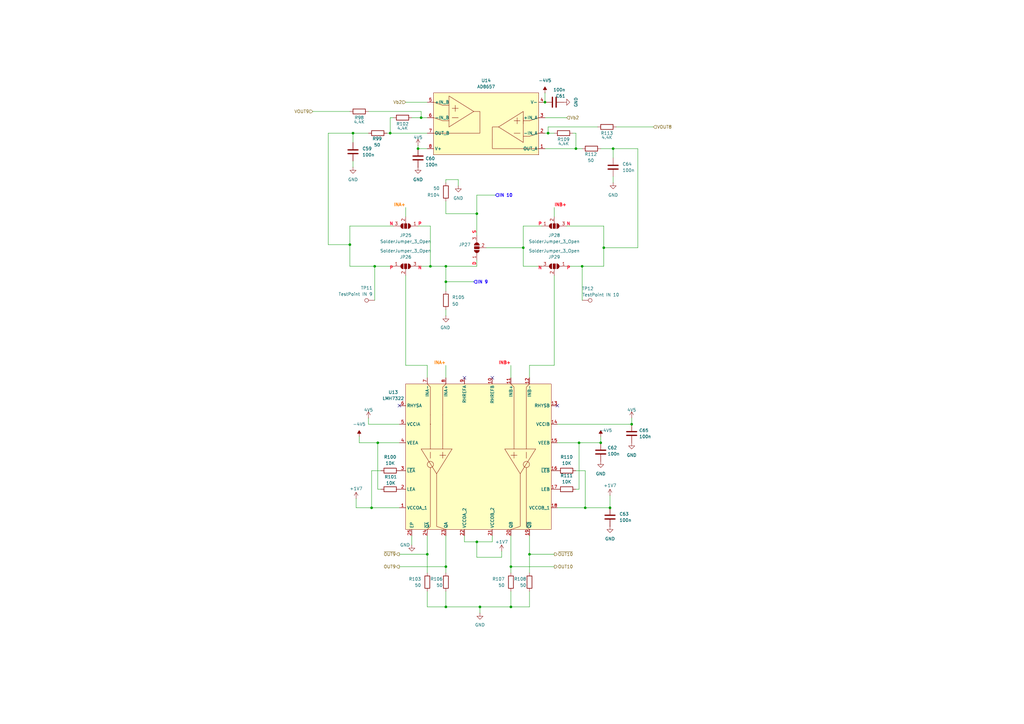
<source format=kicad_sch>
(kicad_sch (version 20231120) (generator "eeschema") (generator_version "8.0")
  (paper "A3")
  (lib_symbols
    (symbol "Connector:TestPoint" (pin_numbers hide) (pin_names (offset 0.762) hide)
      (property "Reference" "TP" (at 0 6.858 0))
      (property "Value" "TestPoint" (at 0 5.08 0))
      (symbol "TestPoint_0_1"
        (circle (center 0 3.302) (radius 0.762))
      )
      (symbol "TestPoint_1_1"
        (pin passive line (at 0 0 90) (length 2.54) (name "1") (number "1"))
      )
    )
    (symbol "Device:C" (pin_numbers hide) (pin_names (offset 0.254))
      (property "Reference" "C" (at 0.635 2.54 0))
      (property "Value" "C" (at 0.635 -2.54 0))
      (symbol "C_0_1"
        (polyline (pts (xy -2.032 -0.762) (xy 2.032 -0.762)) (stroke (width 0.508)))
        (polyline (pts (xy -2.032 0.762) (xy 2.032 0.762)) (stroke (width 0.508)))
      )
      (symbol "C_1_1"
        (pin passive line (at 0 3.81 270) (length 2.794) (name "~") (number "1"))
        (pin passive line (at 0 -3.81 90) (length 2.794) (name "~") (number "2"))
      )
    )
    (symbol "Device:R" (pin_numbers hide) (pin_names (offset 0))
      (property "Reference" "R" (at 2.032 0 90))
      (property "Value" "R" (at 0 0 90))
      (symbol "R_0_1"
        (rectangle (start -1.016 -2.54) (end 1.016 2.54) (stroke (width 0.254)))
      )
      (symbol "R_1_1"
        (pin passive line (at 0 3.81 270) (length 1.27) (name "~") (number "1"))
        (pin passive line (at 0 -3.81 90) (length 1.27) (name "~") (number "2"))
      )
    )
    (symbol "SolderJumper_3_Open_3" (pin_names (offset 0) hide) (exclude_from_sim yes) (in_bom no)
      (property "Reference" "JP" (at -2.54 -2.54 0))
      (property "Value" "SolderJumper_3_Open" (at 0 2.794 0))
      (symbol "SolderJumper_3_Open_3_0_1"
        (arc (start -1.016 1.016) (mid -2.0276 0) (end -1.016 -1.016))
        (arc (start -1.016 1.016) (mid -2.0276 0) (end -1.016 -1.016) (fill (type outline)))
        (rectangle (start -0.508 1.016) (end 0.508 -1.016) (fill (type outline)))
        (polyline (pts (xy -2.54 0) (xy -2.032 0)))
        (polyline (pts (xy -1.016 1.016) (xy -1.016 -1.016)))
        (polyline (pts (xy 0 -1.27) (xy 0 -1.016)))
        (polyline (pts (xy 1.016 1.016) (xy 1.016 -1.016)))
        (polyline (pts (xy 2.54 0) (xy 2.032 0)))
        (arc (start 1.016 -1.016) (mid 2.0276 0) (end 1.016 1.016))
        (arc (start 1.016 -1.016) (mid 2.0276 0) (end 1.016 1.016) (fill (type outline)))
      )
      (symbol "SolderJumper_3_Open_3_1_1"
        (pin passive line (at -5.08 0 0) (length 2.54) (name "A") (number "1"))
        (pin passive line (at 0 -3.81 90) (length 2.54) (name "C") (number "2"))
        (pin passive line (at 5.08 0 180) (length 2.54) (name "B") (number "3"))
      )
    )
    (symbol "power:+1V2" (power) (pin_numbers hide) (pin_names (offset 0) hide)
      (property "Value" "+1V2" (at 0 3.556 0))
      (symbol "+1V2_0_1"
        (polyline (pts (xy -0.762 1.27) (xy 0 2.54)))
        (polyline (pts (xy 0 0) (xy 0 2.54)))
        (polyline (pts (xy 0 2.54) (xy 0.762 1.27)))
      )
      (symbol "+1V2_1_1"
        (pin power_in line (at 0 0 90) (length 0) (name "~") (number "1"))
      )
    )
    (symbol "power:+8V" (power) (pin_numbers hide) (pin_names (offset 0) hide)
      (property "Value" "+8V" (at 0 3.556 0))
      (symbol "+8V_0_1"
        (polyline (pts (xy -0.762 1.27) (xy 0 2.54)))
        (polyline (pts (xy 0 0) (xy 0 2.54)))
        (polyline (pts (xy 0 2.54) (xy 0.762 1.27)))
      )
      (symbol "+8V_1_1"
        (pin power_in line (at 0 0 90) (length 0) (name "~") (number "1"))
      )
    )
    (symbol "power:-8V" (power) (pin_numbers hide) (pin_names (offset 0) hide)
      (property "Value" "-8V" (at 0 3.556 0))
      (symbol "-8V_0_0"
        (pin power_in line (at 0 0 90) (length 0) (name "~") (number "1"))
      )
      (symbol "-8V_0_1"
        (polyline (pts (xy 0 0) (xy 0 1.27) (xy 0.762 1.27) (xy 0 2.54) (xy -0.762 1.27) (xy 0 1.27)) (fill (type outline)))
      )
    )
    (symbol "power:GND" (power) (pin_numbers hide) (pin_names (offset 0) hide)
      (property "Value" "GND" (at 0 -3.81 0))
      (symbol "GND_0_1"
        (polyline (pts (xy 0 0) (xy 0 -1.27) (xy 1.27 -1.27) (xy 0 -2.54) (xy -1.27 -1.27) (xy 0 -1.27)))
      )
      (symbol "GND_1_1"
        (pin power_in line (at 0 0 270) (length 0) (name "~") (number "1"))
      )
    )
    (symbol "prova:AD8657"
      (property "Reference" "U" (at 9.906 3.556 0))
      (property "Value" "AD8657" (at 10.16 5.842 0))
      (symbol "AD8657_0_1"
        (polyline (pts (xy 12.7 17.78) (xy 12.7 20.32)))
        (polyline (pts (xy 13.97 19.05) (xy 16.51 19.05)))
        (polyline (pts (xy 13.97 24.13) (xy 16.51 24.13)))
        (polyline (pts (xy 15.24 20.32) (xy 15.24 17.78)))
        (polyline (pts (xy 16.51 19.05) (xy 16.51 19.05)))
        (polyline (pts (xy 36.83 17.78) (xy 36.83 17.78)))
        (polyline (pts (xy 39.37 13.97) (xy 41.91 13.97)))
        (polyline (pts (xy 39.37 17.78) (xy 41.91 17.78)))
        (polyline (pts (xy 40.64 15.24) (xy 40.64 12.7)))
      )
      (symbol "AD8657_1_1"
        (polyline (pts (xy 6.35 17.78) (xy 10.16 19.05)))
        (polyline (pts (xy 10.16 25.4) (xy 6.35 24.13)))
        (polyline (pts (xy 11.43 19.05) (xy 10.16 19.05)))
        (polyline (pts (xy 11.43 19.05) (xy 12.7 19.05)))
        (polyline (pts (xy 11.43 25.4) (xy 10.16 25.4)))
        (polyline (pts (xy 11.43 25.4) (xy 12.7 25.4)))
        (polyline (pts (xy 22.86 21.59) (xy 25.4 21.59) (xy 25.4 26.67)))
        (polyline (pts (xy 25.4 26.67) (xy 25.4 30.48) (xy 6.35 30.48)))
        (polyline (pts (xy 49.53 11.43) (xy 45.72 12.7) (xy 43.18 12.7)))
        (polyline (pts (xy 49.53 17.78) (xy 45.72 19.05) (xy 43.18 19.05)))
        (polyline (pts (xy 12.7 15.24) (xy 12.7 27.94) (xy 22.86 21.59) (xy 12.7 15.24)))
        (polyline (pts (xy 33.02 15.24) (xy 30.48 15.24) (xy 30.48 24.13) (xy 49.53 24.13)))
        (polyline (pts (xy 43.18 21.59) (xy 43.18 8.89) (xy 33.02 15.24) (xy 43.18 21.59)))
        (rectangle (start 6.35 33.02) (end 49.53 7.62) (fill (type background)))
        (pin output line (at 3.81 30.48 0) (length 2.54) (name "OUT_A") (number "1"))
        (pin input line (at 3.81 24.13 0) (length 2.54) (name "-IN_A") (number "2"))
        (pin input line (at 3.81 17.78 0) (length 2.54) (name "+IN_A") (number "3"))
        (pin input line (at 3.81 11.43 0) (length 2.54) (name "V-") (number "4"))
        (pin input line (at 52.07 11.43 180) (length 2.54) (name "+IN_B") (number "5"))
        (pin input line (at 52.07 17.78 180) (length 2.54) (name "-IN_B") (number "6"))
        (pin input line (at 52.07 24.13 180) (length 2.54) (name "OUT_B") (number "7"))
        (pin input line (at 52.07 30.48 180) (length 2.54) (name "V+") (number "8"))
      )
    )
    (symbol "prova:LMH7322"
      (property "Reference" "U" (at 11.684 8.89 0))
      (property "Value" "LMH7322" (at 20.32 16.51 0))
      (symbol "LMH7322_0_1"
        (circle (center -8.89 -5.08) (radius 0.0001))
        (circle (center -8.89 11.43) (radius 1.27))
        (polyline (pts (xy -8.89 -8.89) (xy -8.89 5.08)))
        (polyline (pts (xy -8.89 8.89) (xy -8.89 6.35)))
        (polyline (pts (xy -3.81 -8.89) (xy -3.81 5.08)))
        (polyline (pts (xy -3.81 8.89) (xy -3.81 6.35)))
        (polyline (pts (xy -2.54 7.62) (xy -5.08 7.62)))
        (polyline (pts (xy 25.4 8.89) (xy 25.4 6.35)))
        (polyline (pts (xy 26.67 7.62) (xy 24.13 7.62)))
        (polyline (pts (xy 30.48 -2.54) (xy 30.48 -2.54)))
        (polyline (pts (xy 30.48 8.89) (xy 30.48 6.35)))
        (polyline (pts (xy -8.89 -8.89) (xy -8.89 -20.32) (xy -10.16 -21.59)))
        (polyline (pts (xy -8.89 12.7) (xy -8.89 36.83) (xy -10.16 38.1)))
        (polyline (pts (xy -6.35 15.24) (xy -6.35 36.83) (xy -2.54 38.1)))
        (polyline (pts (xy -3.81 -8.89) (xy -3.81 -20.32) (xy -2.54 -21.59)))
        (polyline (pts (xy 27.94 15.24) (xy 27.94 36.83) (xy 24.13 38.1)))
        (polyline (pts (xy 30.48 12.7) (xy 30.48 36.83) (xy 31.75 38.1)))
        (circle (center 30.48 11.43) (radius 1.27))
      )
      (symbol "LMH7322_1_1"
        (rectangle (start -19.05 38.1) (end 40.64 -21.59) (fill (type background)))
        (polyline (pts (xy 0 5.08) (xy -12.7 5.08) (xy -6.35 15.24) (xy 0 5.08)))
        (polyline (pts (xy 24.13 -21.59) (xy 25.4 -20.32) (xy 25.4 -16.51) (xy 25.4 5.08)) (fill (type background)))
        (polyline (pts (xy 30.48 5.08) (xy 30.48 -16.51) (xy 30.48 -20.32) (xy 31.75 -21.59)) (fill (type background)))
        (polyline (pts (xy 34.29 5.08) (xy 21.59 5.08) (xy 27.94 15.24) (xy 34.29 5.08)) (fill (type background)))
        (pin input line (at -21.59 29.21 0) (length 2.54) (name "VCCOA_1") (number "1"))
        (pin input line (at 16.51 -24.13 90) (length 2.54) (name "RHREFB") (number "10"))
        (pin input line (at 24.13 -24.13 90) (length 2.54) (name "INB+") (number "11"))
        (pin input line (at 31.75 -24.13 90) (length 2.54) (name "INB-") (number "12"))
        (pin input line (at 43.18 -12.7 180) (length 2.54) (name "RHYSB") (number "13"))
        (pin input line (at 43.18 -5.08 180) (length 2.54) (name "VCCIB") (number "14"))
        (pin input line (at 43.18 2.54 180) (length 2.54) (name "VEEB") (number "15"))
        (pin input line (at 43.18 13.97 180) (length 2.54) (name "~{LEB}") (number "16"))
        (pin input line (at 43.18 21.59 180) (length 2.54) (name "LEB") (number "17"))
        (pin input line (at 43.18 29.21 180) (length 2.54) (name "VCCOB_1") (number "18"))
        (pin output line (at 31.75 40.64 270) (length 2.54) (name "~{QB}") (number "19"))
        (pin input line (at -21.59 21.59 0) (length 2.54) (name "LEA") (number "2"))
        (pin output line (at 24.13 40.64 270) (length 2.54) (name "QB") (number "20"))
        (pin input line (at 16.51 40.64 270) (length 2.54) (name "VCCOB_2") (number "21"))
        (pin input line (at 5.08 40.64 270) (length 2.54) (name "VCCOA_2") (number "22"))
        (pin output line (at -2.54 40.64 270) (length 2.54) (name "QA") (number "23"))
        (pin output line (at -10.16 40.64 270) (length 2.54) (name "~{QA}") (number "24"))
        (pin passive line (at -16.51 40.64 270) (length 2.54) (name "EP") (number "25"))
        (pin input line (at -21.59 13.97 0) (length 2.54) (name "~{LEA}") (number "3"))
        (pin input line (at -21.59 2.54 0) (length 2.54) (name "VEEA") (number "4"))
        (pin input line (at -21.59 -5.08 0) (length 2.54) (name "VCCIA") (number "5"))
        (pin input line (at -21.59 -12.7 0) (length 2.54) (name "RHYSA") (number "6"))
        (pin input line (at -10.16 -24.13 90) (length 2.54) (name "INA-") (number "7"))
        (pin input line (at -2.54 -24.13 90) (length 2.54) (name "INA+") (number "8"))
        (pin input line (at 5.08 -24.13 90) (length 2.54) (name "RHREFA") (number "9"))
      )
    )
  )
  (junction (at 209.55 232.41))
  (junction (at 160.02 54.61))
  (junction (at 196.85 248.92))
  (junction (at 240.03 208.28))
  (junction (at 195.58 222.25))
  (junction (at 209.55 248.92))
  (junction (at 223.52 41.91))
  (junction (at 251.46 60.96))
  (junction (at 176.53 109.22))
  (junction (at 175.26 227.33))
  (junction (at 259.08 173.99))
  (junction (at 217.17 227.33))
  (junction (at 143.51 100.33))
  (junction (at 182.88 248.92))
  (junction (at 237.49 181.61))
  (junction (at 144.78 54.61))
  (junction (at 224.79 54.61))
  (junction (at 171.45 60.96))
  (junction (at 182.88 109.22))
  (junction (at 246.38 181.61))
  (junction (at 236.22 60.96))
  (junction (at 153.67 109.22))
  (junction (at 247.65 101.6))
  (junction (at 238.76 109.22))
  (junction (at 182.88 115.57))
  (junction (at 182.88 232.41))
  (junction (at 154.94 181.61))
  (junction (at 195.58 87.63))
  (junction (at 214.63 101.6))
  (junction (at 250.19 208.28))
  (junction (at 152.4 208.28))
  (junction (at 172.72 48.26))
  (no_connect (at 163.83 166.37))
  (no_connect (at 190.5 154.94))
  (no_connect (at 228.6 166.37))
  (no_connect (at 201.93 154.94))
  (wire (pts (xy 222.25 92.71) (xy 214.63 92.71)))
  (wire (pts (xy 236.22 193.04) (xy 240.03 193.04)))
  (wire (pts (xy 182.88 232.41) (xy 182.88 234.95)))
  (wire (pts (xy 182.88 127) (xy 182.88 129.54)))
  (wire (pts (xy 214.63 92.71) (xy 214.63 101.6)))
  (wire (pts (xy 250.19 203.2) (xy 250.19 208.28)))
  (wire (pts (xy 182.88 115.57) (xy 194.31 115.57)))
  (wire (pts (xy 227.33 227.33) (xy 217.17 227.33)))
  (wire (pts (xy 259.08 171.45) (xy 259.08 173.99)))
  (wire (pts (xy 163.83 208.28) (xy 152.4 208.28)))
  (wire (pts (xy 153.67 109.22) (xy 161.29 109.22)))
  (wire (pts (xy 182.88 232.41) (xy 163.83 232.41)))
  (wire (pts (xy 158.75 54.61) (xy 160.02 54.61)))
  (wire (pts (xy 190.5 222.25) (xy 190.5 219.71)))
  (wire (pts (xy 182.88 119.38) (xy 182.88 115.57)))
  (wire (pts (xy 227.33 232.41) (xy 209.55 232.41)))
  (wire (pts (xy 217.17 248.92) (xy 209.55 248.92)))
  (wire (pts (xy 201.93 222.25) (xy 201.93 219.71)))
  (wire (pts (xy 240.03 208.28) (xy 228.6 208.28)))
  (wire (pts (xy 182.88 73.66) (xy 187.96 73.66)))
  (wire (pts (xy 209.55 232.41) (xy 209.55 234.95)))
  (wire (pts (xy 175.26 219.71) (xy 175.26 227.33)))
  (wire (pts (xy 236.22 54.61) (xy 236.22 60.96)))
  (wire (pts (xy 182.88 219.71) (xy 182.88 232.41)))
  (wire (pts (xy 154.94 200.66) (xy 154.94 181.61)))
  (wire (pts (xy 152.4 208.28) (xy 146.05 208.28)))
  (wire (pts (xy 190.5 222.25) (xy 195.58 222.25)))
  (wire (pts (xy 154.94 181.61) (xy 147.32 181.61)))
  (wire (pts (xy 199.39 101.6) (xy 214.63 101.6)))
  (wire (pts (xy 247.65 101.6) (xy 247.65 109.22)))
  (wire (pts (xy 232.41 109.22) (xy 238.76 109.22)))
  (wire (pts (xy 217.17 149.86) (xy 217.17 154.94)))
  (wire (pts (xy 217.17 227.33) (xy 217.17 234.95)))
  (wire (pts (xy 217.17 242.57) (xy 217.17 248.92)))
  (wire (pts (xy 195.58 80.01) (xy 195.58 87.63)))
  (wire (pts (xy 176.53 92.71) (xy 176.53 109.22)))
  (wire (pts (xy 147.32 179.07) (xy 147.32 181.61)))
  (wire (pts (xy 175.26 60.96) (xy 171.45 60.96)))
  (wire (pts (xy 251.46 64.77) (xy 251.46 60.96)))
  (wire (pts (xy 223.52 60.96) (xy 236.22 60.96)))
  (wire (pts (xy 175.26 154.94) (xy 175.26 149.86)))
  (wire (pts (xy 134.62 100.33) (xy 134.62 54.61)))
  (wire (pts (xy 246.38 181.61) (xy 237.49 181.61)))
  (wire (pts (xy 182.88 82.55) (xy 182.88 87.63)))
  (wire (pts (xy 171.45 59.69) (xy 171.45 60.96)))
  (wire (pts (xy 175.26 149.86) (xy 166.37 149.86)))
  (wire (pts (xy 144.78 58.42) (xy 144.78 54.61)))
  (wire (pts (xy 224.79 54.61) (xy 227.33 54.61)))
  (wire (pts (xy 196.85 248.92) (xy 196.85 251.46)))
  (wire (pts (xy 246.38 179.07) (xy 246.38 181.61)))
  (wire (pts (xy 134.62 54.61) (xy 144.78 54.61)))
  (wire (pts (xy 238.76 109.22) (xy 238.76 123.19)))
  (wire (pts (xy 224.79 52.07) (xy 245.11 52.07)))
  (wire (pts (xy 128.27 45.72) (xy 143.51 45.72)))
  (wire (pts (xy 160.02 54.61) (xy 160.02 48.26)))
  (wire (pts (xy 236.22 200.66) (xy 237.49 200.66)))
  (wire (pts (xy 214.63 101.6) (xy 214.63 109.22)))
  (wire (pts (xy 152.4 193.04) (xy 156.21 193.04)))
  (wire (pts (xy 250.19 208.28) (xy 240.03 208.28)))
  (wire (pts (xy 143.51 92.71) (xy 143.51 100.33)))
  (wire (pts (xy 143.51 92.71) (xy 161.29 92.71)))
  (wire (pts (xy 205.74 226.06) (xy 205.74 228.6)))
  (wire (pts (xy 246.38 60.96) (xy 251.46 60.96)))
  (wire (pts (xy 224.79 54.61) (xy 223.52 54.61)))
  (wire (pts (xy 267.97 52.07) (xy 252.73 52.07)))
  (wire (pts (xy 175.26 227.33) (xy 175.26 234.95)))
  (wire (pts (xy 168.91 219.71) (xy 168.91 223.52)))
  (wire (pts (xy 182.88 149.86) (xy 182.88 154.94)))
  (wire (pts (xy 261.62 60.96) (xy 251.46 60.96)))
  (wire (pts (xy 151.13 171.45) (xy 151.13 173.99)))
  (wire (pts (xy 247.65 101.6) (xy 261.62 101.6)))
  (wire (pts (xy 166.37 85.09) (xy 166.37 88.9)))
  (wire (pts (xy 163.83 181.61) (xy 154.94 181.61)))
  (wire (pts (xy 151.13 173.99) (xy 163.83 173.99)))
  (wire (pts (xy 195.58 87.63) (xy 195.58 96.52)))
  (wire (pts (xy 205.74 228.6) (xy 195.58 228.6)))
  (wire (pts (xy 143.51 100.33) (xy 134.62 100.33)))
  (wire (pts (xy 171.45 92.71) (xy 176.53 92.71)))
  (wire (pts (xy 209.55 219.71) (xy 209.55 232.41)))
  (wire (pts (xy 166.37 41.91) (xy 175.26 41.91)))
  (wire (pts (xy 152.4 193.04) (xy 152.4 208.28)))
  (wire (pts (xy 146.05 204.47) (xy 146.05 208.28)))
  (wire (pts (xy 195.58 222.25) (xy 195.58 228.6)))
  (wire (pts (xy 238.76 109.22) (xy 247.65 109.22)))
  (wire (pts (xy 232.41 92.71) (xy 247.65 92.71)))
  (wire (pts (xy 209.55 242.57) (xy 209.55 248.92)))
  (wire (pts (xy 224.79 54.61) (xy 224.79 52.07)))
  (wire (pts (xy 240.03 193.04) (xy 240.03 208.28)))
  (wire (pts (xy 153.67 109.22) (xy 153.67 123.19)))
  (wire (pts (xy 236.22 60.96) (xy 238.76 60.96)))
  (wire (pts (xy 195.58 222.25) (xy 201.93 222.25)))
  (wire (pts (xy 182.88 87.63) (xy 195.58 87.63)))
  (wire (pts (xy 172.72 48.26) (xy 172.72 45.72)))
  (wire (pts (xy 227.33 85.09) (xy 227.33 88.9)))
  (wire (pts (xy 195.58 80.01) (xy 203.2 80.01)))
  (wire (pts (xy 144.78 66.04) (xy 144.78 68.58)))
  (wire (pts (xy 143.51 100.33) (xy 143.51 109.22)))
  (wire (pts (xy 176.53 109.22) (xy 171.45 109.22)))
  (wire (pts (xy 182.88 73.66) (xy 182.88 74.93)))
  (wire (pts (xy 261.62 101.6) (xy 261.62 60.96)))
  (wire (pts (xy 156.21 200.66) (xy 154.94 200.66)))
  (wire (pts (xy 217.17 149.86) (xy 227.33 149.86)))
  (wire (pts (xy 175.26 227.33) (xy 163.83 227.33)))
  (wire (pts (xy 195.58 109.22) (xy 182.88 109.22)))
  (wire (pts (xy 223.52 38.1) (xy 223.52 41.91)))
  (wire (pts (xy 234.95 54.61) (xy 236.22 54.61)))
  (wire (pts (xy 182.88 248.92) (xy 175.26 248.92)))
  (wire (pts (xy 182.88 109.22) (xy 176.53 109.22)))
  (wire (pts (xy 187.96 73.66) (xy 187.96 76.2)))
  (wire (pts (xy 175.26 242.57) (xy 175.26 248.92)))
  (wire (pts (xy 168.91 48.26) (xy 172.72 48.26)))
  (wire (pts (xy 195.58 106.68) (xy 195.58 109.22)))
  (wire (pts (xy 228.6 181.61) (xy 237.49 181.61)))
  (wire (pts (xy 166.37 149.86) (xy 166.37 113.03)))
  (wire (pts (xy 196.85 248.92) (xy 182.88 248.92)))
  (wire (pts (xy 209.55 248.92) (xy 196.85 248.92)))
  (wire (pts (xy 160.02 54.61) (xy 175.26 54.61)))
  (wire (pts (xy 227.33 113.03) (xy 227.33 149.86)))
  (wire (pts (xy 151.13 45.72) (xy 172.72 45.72)))
  (wire (pts (xy 214.63 109.22) (xy 222.25 109.22)))
  (wire (pts (xy 143.51 109.22) (xy 153.67 109.22)))
  (wire (pts (xy 182.88 242.57) (xy 182.88 248.92)))
  (wire (pts (xy 217.17 219.71) (xy 217.17 227.33)))
  (wire (pts (xy 144.78 54.61) (xy 151.13 54.61)))
  (wire (pts (xy 237.49 200.66) (xy 237.49 181.61)))
  (wire (pts (xy 247.65 92.71) (xy 247.65 101.6)))
  (wire (pts (xy 251.46 72.39) (xy 251.46 74.93)))
  (wire (pts (xy 223.52 48.26) (xy 232.41 48.26)))
  (wire (pts (xy 172.72 48.26) (xy 175.26 48.26)))
  (wire (pts (xy 209.55 149.86) (xy 209.55 154.94)))
  (wire (pts (xy 182.88 109.22) (xy 182.88 115.57)))
  (wire (pts (xy 228.6 173.99) (xy 259.08 173.99)))
  (wire (pts (xy 160.02 48.26) (xy 161.29 48.26)))
  (text "P\n" (at 221.488 91.948 0) (effects (font (size 1.27 1.27) (thickness 0.254) (bold yes))))
  (text "N" (at 172.212 109.982 0) (effects (font (size 1.27 1.27) (thickness 0.254) (bold yes))))
  (text "P\n" (at 172.212 91.948 0) (effects (font (size 1.27 1.27) (thickness 0.254) (bold yes))))
  (text "N" (at 221.488 109.982 0) (effects (font (size 1.27 1.27) (thickness 0.254) (bold yes))))
  (text "N" (at 233.172 91.948 0) (effects (font (size 1.27 1.27) (thickness 0.254) (bold yes))))
  (text "D" (at 194.564 108.204 90) (effects (font (size 1.27 1.27) (thickness 0.254) (bold yes))))
  (text "N" (at 160.528 91.948 0) (effects (font (size 1.27 1.27) (thickness 0.254) (bold yes))))
  (text "S" (at 194.564 95.25 90) (effects (font (size 1.27 1.27) (thickness 0.254) (bold yes))))
  (text "P\n" (at 233.172 109.982 0) (effects (font (size 1.27 1.27) (thickness 0.254) (bold yes))))
  (text "P\n" (at 160.528 109.982 0) (effects (font (size 1.27 1.27) (thickness 0.254) (bold yes))))
  (label "INA+" (at 182.88 149.86 180) (effects (font (thickness 0.254) (bold yes))))
  (label "INB+" (at 227.33 85.09 0) (effects (font (thickness 0.254) (bold yes))))
  (label "INA+" (at 166.37 85.09 180) (effects (font (thickness 0.254) (bold yes))))
  (label "INB+" (at 209.55 149.86 180) (effects (font (thickness 0.254) (bold yes))))
  (hierarchical_label "IN 9" (shape input) (at 194.31 115.57 0) (effects (font (thickness 0.254) (bold yes))))
  (hierarchical_label "~{OUT10}" (shape output) (at 227.33 227.33 0))
  (hierarchical_label "OUT10" (shape output) (at 227.33 232.41 0))
  (hierarchical_label "Vb2" (shape input) (at 232.41 48.26 0))
  (hierarchical_label "~{OUT9}" (shape output) (at 163.83 227.33 180))
  (hierarchical_label "OUT9" (shape output) (at 163.83 232.41 180))
  (hierarchical_label "Vb2" (shape input) (at 166.37 41.91 180))
  (hierarchical_label "VOUT9" (shape input) (at 128.27 45.72 180))
  (hierarchical_label "IN 10" (shape input) (at 203.2 80.01 0) (effects (font (thickness 0.254) (bold yes))))
  (hierarchical_label "VOUT8" (shape input) (at 267.97 52.07 0))
  (symbol (lib_id "Device:R") (at 217.17 238.76 0) (mirror y) (unit 1)
    (property "Reference" "R108" (at 215.9 237.49 0) (effects (justify left)))
    (property "Value" "50" (at 215.9 240.03 0) (effects (justify left)))
    (property "Footprint" "Resistor_SMD:R_0603_1608Metric_Pad0.98x0.95mm_HandSolder" (effects (hide yes)))
    (property "Description" "Resistor" (effects (hide yes)))
  )
  (symbol (lib_id "power:+8V") (at 171.45 59.69 0) (unit 1)
    (property "Reference" "#PWR0152" (effects (hide yes)))
    (property "Value" "4V5" (at 171.45 56.388 0))
    (property "Description" "Power symbol creates a global label with name \"+8V\"" (effects (hide yes)))
  )
  (symbol (lib_id "power:GND") (at 196.85 251.46 0) (mirror y) (unit 1)
    (property "Reference" "#PWR0156" (effects (hide yes)))
    (property "Value" "GND" (at 196.85 256.286 0))
    (property "Description" "Power symbol creates a global label with name \"GND\" , ground" (effects (hide yes)))
  )
  (symbol (lib_id "Device:R") (at 231.14 54.61 270) (unit 1)
    (property "Reference" "R109" (at 231.14 57.15 90))
    (property "Value" "4.4K" (at 231.14 58.928 90))
    (property "Footprint" "Resistor_SMD:R_0603_1608Metric_Pad0.98x0.95mm_HandSolder" (effects (hide yes)))
    (property "Description" "Resistor" (effects (hide yes)))
  )
  (symbol (lib_id "Device:R") (at 242.57 60.96 90) (unit 1)
    (property "Reference" "R112" (at 242.316 63.246 90))
    (property "Value" "50" (at 242.316 65.786 90))
    (property "Footprint" "Resistor_SMD:R_0603_1608Metric_Pad0.98x0.95mm_HandSolder" (effects (hide yes)))
    (property "Description" "Resistor" (effects (hide yes)))
  )
  (symbol (lib_id "prova:AD8657") (at 227.33 30.48 180) (unit 1)
    (property "Reference" "U14" (at 199.39 33.02 0))
    (property "Value" "AD8657" (at 199.39 35.56 0))
    (property "Footprint" "SamacSys_Parts:SOP65P490X110-8N" (effects (hide yes)))
  )
  (symbol (lib_id "Device:R") (at 147.32 45.72 270) (unit 1)
    (property "Reference" "R98" (at 147.32 48.26 90))
    (property "Value" "4.4K" (at 147.32 50.038 90))
    (property "Footprint" "Resistor_SMD:R_0603_1608Metric_Pad0.98x0.95mm_HandSolder" (effects (hide yes)))
    (property "Description" "Resistor" (effects (hide yes)))
  )
  (symbol (lib_id "Device:R") (at 182.88 123.19 180) (unit 1)
    (property "Reference" "R105" (at 185.42 121.9199 0) (effects (justify right)))
    (property "Value" "50" (at 185.42 124.714 0) (effects (justify right)))
    (property "Footprint" "Resistor_SMD:R_0603_1608Metric_Pad0.98x0.95mm_HandSolder" (effects (hide yes)))
    (property "Description" "Resistor" (effects (hide yes)))
  )
  (symbol (lib_id "power:GND") (at 250.19 215.9 0) (unit 1)
    (property "Reference" "#PWR0164" (effects (hide yes)))
    (property "Value" "GND" (at 250.19 220.98 0))
    (property "Description" "Power symbol creates a global label with name \"GND\" , ground" (effects (hide yes)))
  )
  (symbol (lib_id "power:GND") (at 144.78 68.58 0) (unit 1)
    (property "Reference" "#PWR0147" (effects (hide yes)))
    (property "Value" "GND" (at 144.78 73.66 0))
    (property "Description" "Power symbol creates a global label with name \"GND\" , ground" (effects (hide yes)))
  )
  (symbol (lib_id "Device:C") (at 251.46 68.58 0) (unit 1)
    (property "Reference" "C64" (at 255.27 67.3099 0) (effects (justify left)))
    (property "Value" "100n" (at 255.27 69.8499 0) (effects (justify left)))
    (property "Footprint" "Capacitor_SMD:C_0603_1608Metric_Pad1.08x0.95mm_HandSolder" (effects (hide yes)))
    (property "Description" "Unpolarized capacitor" (effects (hide yes)))
  )
  (symbol (lib_id "power:+1V2") (at 205.74 226.06 0) (mirror y) (unit 1)
    (property "Reference" "#PWR0157" (effects (hide yes)))
    (property "Value" "+1V7" (at 205.74 222.25 0))
    (property "Description" "Power symbol creates a global label with name \"+1V2\"" (effects (hide yes)))
  )
  (symbol (lib_id "power:-8V") (at 147.32 179.07 0) (mirror y) (unit 1)
    (property "Reference" "#PWR0149" (effects (hide yes)))
    (property "Value" "-4V5" (at 147.32 173.99 0))
    (property "Description" "Power symbol creates a global label with name \"-8V\"" (effects (hide yes)))
  )
  (symbol (lib_id "power:GND") (at 171.45 68.58 0) (unit 1)
    (property "Reference" "#PWR0153" (effects (hide yes)))
    (property "Value" "GND" (at 171.45 73.66 0))
    (property "Description" "Power symbol creates a global label with name \"GND\" , ground" (effects (hide yes)))
  )
  (symbol (lib_id "Connector:TestPoint") (at 238.76 123.19 270) (unit 1)
    (property "Reference" "TP12" (at 241.046 118.364 90))
    (property "Value" "TestPoint IN 10" (at 246.38 120.904 90))
    (property "Footprint" "TestPoint:TestPoint_Pad_D1.0mm" (effects (hide yes)))
    (property "Description" "test point" (effects (hide yes)))
  )
  (symbol (lib_name "SolderJumper_3_Open_3") (lib_id "Jumper:SolderJumper_3_Open") (at 166.37 92.71 180) (unit 1) (exclude_from_sim yes) (in_bom no)
    (property "Reference" "JP25" (at 166.37 96.52 0))
    (property "Value" "SolderJumper_3_Open" (at 166.37 99.06 0))
    (property "Footprint" "Jumper:SolderJumper-3_P1.3mm_Open_RoundedPad1.0x1.5mm_NumberLabels" (effects (hide yes)))
    (property "Description" "Solder Jumper, 3-pole, open" (effects (hide yes)))
  )
  (symbol (lib_id "Device:R") (at 232.41 193.04 270) (mirror x) (unit 1)
    (property "Reference" "R110" (at 232.41 187.452 90))
    (property "Value" "10K" (at 232.41 189.992 90))
    (property "Footprint" "Resistor_SMD:R_0603_1608Metric_Pad0.98x0.95mm_HandSolder" (effects (hide yes)))
    (property "Description" "Resistor" (effects (hide yes)))
  )
  (symbol (lib_id "power:GND") (at 187.96 76.2 0) (unit 1)
    (property "Reference" "#PWR0155" (effects (hide yes)))
    (property "Value" "GND" (at 187.96 81.28 0))
    (property "Description" "Power symbol creates a global label with name \"GND\" , ground" (effects (hide yes)))
  )
  (symbol (lib_id "Device:R") (at 160.02 193.04 270) (mirror x) (unit 1)
    (property "Reference" "R100" (at 160.02 187.452 90))
    (property "Value" "10K" (at 160.02 189.992 90))
    (property "Footprint" "Resistor_SMD:R_0603_1608Metric_Pad0.98x0.95mm_HandSolder" (effects (hide yes)))
    (property "Description" "Resistor" (effects (hide yes)))
  )
  (symbol (lib_id "Device:C") (at 259.08 177.8 0) (unit 1)
    (property "Reference" "C65" (at 262.128 176.53 0) (effects (justify left)))
    (property "Value" "100n" (at 262.128 179.07 0) (effects (justify left)))
    (property "Footprint" "Capacitor_SMD:C_0603_1608Metric_Pad1.08x0.95mm_HandSolder" (effects (hide yes)))
    (property "Description" "Unpolarized capacitor" (effects (hide yes)))
  )
  (symbol (lib_id "Device:R") (at 160.02 200.66 270) (mirror x) (unit 1)
    (property "Reference" "R101" (at 160.274 195.58 90))
    (property "Value" "10K" (at 160.274 198.12 90))
    (property "Footprint" "Resistor_SMD:R_0603_1608Metric_Pad0.98x0.95mm_HandSolder" (effects (hide yes)))
    (property "Description" "Resistor" (effects (hide yes)))
  )
  (symbol (lib_id "Device:C") (at 227.33 41.91 90) (unit 1)
    (property "Reference" "C61" (at 231.902 39.37 90) (effects (justify left)))
    (property "Value" "100n" (at 231.902 36.83 90) (effects (justify left)))
    (property "Footprint" "Capacitor_SMD:C_0603_1608Metric_Pad1.08x0.95mm_HandSolder" (effects (hide yes)))
    (property "Description" "Unpolarized capacitor" (effects (hide yes)))
  )
  (symbol (lib_id "Device:C") (at 144.78 62.23 0) (unit 1)
    (property "Reference" "C59" (at 148.59 60.9599 0) (effects (justify left)))
    (property "Value" "100n" (at 148.59 63.4999 0) (effects (justify left)))
    (property "Footprint" "Capacitor_SMD:C_0603_1608Metric_Pad1.08x0.95mm_HandSolder" (effects (hide yes)))
    (property "Description" "Unpolarized capacitor" (effects (hide yes)))
  )
  (symbol (lib_id "Device:R") (at 175.26 238.76 0) (mirror y) (unit 1)
    (property "Reference" "R103" (at 172.72 237.4899 0) (effects (justify left)))
    (property "Value" "50" (at 172.72 240.0299 0) (effects (justify left)))
    (property "Footprint" "Resistor_SMD:R_0603_1608Metric_Pad0.98x0.95mm_HandSolder" (effects (hide yes)))
    (property "Description" "Resistor" (effects (hide yes)))
  )
  (symbol (lib_id "prova:LMH7322") (at 185.42 179.07 0) (mirror x) (unit 1)
    (property "Reference" "U13" (at 161.29 160.8738 0))
    (property "Value" "LMH7322" (at 161.29 163.4138 0))
    (property "Footprint" "SamacSys_Parts:QFN50P400X400X80-25N" (effects (hide yes)))
  )
  (symbol (lib_id "Device:R") (at 154.94 54.61 90) (unit 1)
    (property "Reference" "R99" (at 154.686 56.896 90))
    (property "Value" "50" (at 154.686 59.436 90))
    (property "Footprint" "Resistor_SMD:R_0603_1608Metric_Pad0.98x0.95mm_HandSolder" (effects (hide yes)))
    (property "Description" "Resistor" (effects (hide yes)))
  )
  (symbol (lib_id "Device:R") (at 248.92 52.07 270) (unit 1)
    (property "Reference" "R113" (at 248.92 54.61 90))
    (property "Value" "4.4K" (at 248.92 56.388 90))
    (property "Footprint" "Resistor_SMD:R_0603_1608Metric_Pad0.98x0.95mm_HandSolder" (effects (hide yes)))
    (property "Description" "Resistor" (effects (hide yes)))
  )
  (symbol (lib_id "Device:C") (at 171.45 64.77 0) (unit 1)
    (property "Reference" "C60" (at 174.498 65.024 0) (effects (justify left)))
    (property "Value" "100n" (at 174.498 67.564 0) (effects (justify left)))
    (property "Footprint" "Capacitor_SMD:C_0603_1608Metric_Pad1.08x0.95mm_HandSolder" (effects (hide yes)))
    (property "Description" "Unpolarized capacitor" (effects (hide yes)))
  )
  (symbol (lib_id "Connector:TestPoint") (at 153.67 123.19 90) (unit 1)
    (property "Reference" "TP11" (at 150.368 118.11 90))
    (property "Value" "TestPoint IN 9" (at 145.796 120.65 90))
    (property "Footprint" "TestPoint:TestPoint_Pad_D1.0mm" (effects (hide yes)))
    (property "Description" "test point" (effects (hide yes)))
  )
  (symbol (lib_id "Device:R") (at 182.88 238.76 0) (mirror y) (unit 1)
    (property "Reference" "R106" (at 181.61 237.49 0) (effects (justify left)))
    (property "Value" "50" (at 181.61 240.03 0) (effects (justify left)))
    (property "Footprint" "Resistor_SMD:R_0603_1608Metric_Pad0.98x0.95mm_HandSolder" (effects (hide yes)))
    (property "Description" "Resistor" (effects (hide yes)))
  )
  (symbol (lib_id "Device:C") (at 250.19 212.09 0) (unit 1)
    (property "Reference" "C63" (at 254 210.8199 0) (effects (justify left)))
    (property "Value" "100n" (at 254 213.3599 0) (effects (justify left)))
    (property "Footprint" "Capacitor_SMD:C_0603_1608Metric_Pad1.08x0.95mm_HandSolder" (effects (hide yes)))
    (property "Description" "Unpolarized capacitor" (effects (hide yes)))
  )
  (symbol (lib_id "power:GND") (at 168.91 223.52 0) (mirror y) (unit 1)
    (property "Reference" "#PWR0151" (effects (hide yes)))
    (property "Value" "GND" (at 166.116 223.52 0))
    (property "Description" "Power symbol creates a global label with name \"GND\" , ground" (effects (hide yes)))
  )
  (symbol (lib_id "power:+1V2") (at 250.19 203.2 0) (mirror y) (unit 1)
    (property "Reference" "#PWR0163" (effects (hide yes)))
    (property "Value" "+1V7" (at 250.19 199.136 0))
    (property "Description" "Power symbol creates a global label with name \"+1V2\"" (effects (hide yes)))
  )
  (symbol (lib_id "power:GND") (at 251.46 74.93 0) (unit 1)
    (property "Reference" "#PWR0165" (effects (hide yes)))
    (property "Value" "GND" (at 251.46 80.01 0))
    (property "Description" "Power symbol creates a global label with name \"GND\" , ground" (effects (hide yes)))
  )
  (symbol (lib_id "power:GND") (at 231.14 41.91 90) (unit 1)
    (property "Reference" "#PWR0159" (effects (hide yes)))
    (property "Value" "GND" (at 236.22 41.91 0))
    (property "Description" "Power symbol creates a global label with name \"GND\" , ground" (effects (hide yes)))
  )
  (symbol (lib_id "Device:C") (at 246.38 185.42 0) (unit 1)
    (property "Reference" "C62" (at 249.174 183.642 0) (effects (justify left)))
    (property "Value" "100n" (at 249.174 186.182 0) (effects (justify left)))
    (property "Footprint" "Capacitor_SMD:C_0603_1608Metric_Pad1.08x0.95mm_HandSolder" (effects (hide yes)))
    (property "Description" "Unpolarized capacitor" (effects (hide yes)))
  )
  (symbol (lib_id "power:GND") (at 246.38 189.23 0) (unit 1)
    (property "Reference" "#PWR0162" (effects (hide yes)))
    (property "Value" "GND" (at 246.38 194.31 0))
    (property "Description" "Power symbol creates a global label with name \"GND\" , ground" (effects (hide yes)))
  )
  (symbol (lib_name "SolderJumper_3_Open_3") (lib_id "Jumper:SolderJumper_3_Open") (at 227.33 109.22 0) (mirror y) (unit 1) (exclude_from_sim yes) (in_bom no)
    (property "Reference" "JP29" (at 227.33 105.41 0))
    (property "Value" "SolderJumper_3_Open" (at 227.33 102.87 0))
    (property "Footprint" "Jumper:SolderJumper-3_P1.3mm_Open_RoundedPad1.0x1.5mm_NumberLabels" (effects (hide yes)))
    (property "Description" "Solder Jumper, 3-pole, open" (effects (hide yes)))
  )
  (symbol (lib_id "power:+1V2") (at 146.05 204.47 0) (mirror y) (unit 1)
    (property "Reference" "#PWR0148" (effects (hide yes)))
    (property "Value" "+1V7" (at 146.05 200.406 0))
    (property "Description" "Power symbol creates a global label with name \"+1V2\"" (effects (hide yes)))
  )
  (symbol (lib_id "power:-8V") (at 246.38 179.07 0) (mirror y) (unit 1)
    (property "Reference" "#PWR0161" (effects (hide yes)))
    (property "Value" "-4V5" (at 248.412 176.53 0))
    (property "Description" "Power symbol creates a global label with name \"-8V\"" (effects (hide yes)))
  )
  (symbol (lib_name "SolderJumper_3_Open_3") (lib_id "Jumper:SolderJumper_3_Open") (at 195.58 101.6 90) (unit 1) (exclude_from_sim yes) (in_bom no)
    (property "Reference" "JP27" (at 193.04 100.3299 90) (effects (justify left)))
    (property "Value" "SolderJumper_3_Open" (effects (hide yes)))
    (property "Footprint" "Jumper:SolderJumper-3_P1.3mm_Open_RoundedPad1.0x1.5mm_NumberLabels" (effects (hide yes)))
    (property "Description" "Solder Jumper, 3-pole, open" (effects (hide yes)))
  )
  (symbol (lib_id "Device:R") (at 232.41 200.66 270) (mirror x) (unit 1)
    (property "Reference" "R111" (at 232.41 195.072 90))
    (property "Value" "10K" (at 232.41 197.612 90))
    (property "Footprint" "Resistor_SMD:R_0603_1608Metric_Pad0.98x0.95mm_HandSolder" (effects (hide yes)))
    (property "Description" "Resistor" (effects (hide yes)))
  )
  (symbol (lib_name "SolderJumper_3_Open_3") (lib_id "Jumper:SolderJumper_3_Open") (at 227.33 92.71 0) (mirror x) (unit 1) (exclude_from_sim yes) (in_bom no)
    (property "Reference" "JP28" (at 227.33 96.52 0))
    (property "Value" "SolderJumper_3_Open" (at 227.33 99.06 0))
    (property "Footprint" "Jumper:SolderJumper-3_P1.3mm_Open_RoundedPad1.0x1.5mm_NumberLabels" (effects (hide yes)))
    (property "Description" "Solder Jumper, 3-pole, open" (effects (hide yes)))
  )
  (symbol (lib_id "power:-8V") (at 223.52 38.1 0) (unit 1)
    (property "Reference" "#PWR0158" (effects (hide yes)))
    (property "Value" "-4V5" (at 223.52 33.02 0))
    (property "Description" "Power symbol creates a global label with name \"-8V\"" (effects (hide yes)))
  )
  (symbol (lib_id "power:+8V") (at 259.08 171.45 0) (mirror y) (unit 1)
    (property "Reference" "#PWR0160" (effects (hide yes)))
    (property "Value" "4V5" (at 259.08 168.148 0))
    (property "Description" "Power symbol creates a global label with name \"+8V\"" (effects (hide yes)))
  )
  (symbol (lib_id "power:+8V") (at 151.13 171.45 0) (mirror y) (unit 1)
    (property "Reference" "#PWR0150" (effects (hide yes)))
    (property "Value" "4V5" (at 151.13 168.148 0))
    (property "Description" "Power symbol creates a global label with name \"+8V\"" (effects (hide yes)))
  )
  (symbol (lib_id "Device:R") (at 209.55 238.76 0) (mirror y) (unit 1)
    (property "Reference" "R107" (at 207.01 237.4899 0) (effects (justify left)))
    (property "Value" "50" (at 207.01 240.0299 0) (effects (justify left)))
    (property "Footprint" "Resistor_SMD:R_0603_1608Metric_Pad0.98x0.95mm_HandSolder" (effects (hide yes)))
    (property "Description" "Resistor" (effects (hide yes)))
  )
  (symbol (lib_id "power:GND") (at 259.08 181.61 0) (unit 1)
    (property "Reference" "#PWR0166" (effects (hide yes)))
    (property "Value" "GND" (at 259.08 186.69 0))
    (property "Description" "Power symbol creates a global label with name \"GND\" , ground" (effects (hide yes)))
  )
  (symbol (lib_name "SolderJumper_3_Open_3") (lib_id "Jumper:SolderJumper_3_Open") (at 166.37 109.22 0) (unit 1) (exclude_from_sim yes) (in_bom no)
    (property "Reference" "JP26" (at 166.37 105.41 0))
    (property "Value" "SolderJumper_3_Open" (at 166.37 102.87 0))
    (property "Footprint" "Jumper:SolderJumper-3_P1.3mm_Open_RoundedPad1.0x1.5mm_NumberLabels" (effects (hide yes)))
    (property "Description" "Solder Jumper, 3-pole, open" (effects (hide yes)))
  )
  (symbol (lib_id "power:GND") (at 182.88 129.54 0) (unit 1)
    (property "Reference" "#PWR0154" (effects (hide yes)))
    (property "Value" "GND" (at 182.626 134.366 0))
    (property "Description" "Power symbol creates a global label with name \"GND\" , ground" (effects (hide yes)))
  )
  (symbol (lib_id "Device:R") (at 182.88 78.74 0) (unit 1)
    (property "Reference" "R104" (at 180.34 80.0101 0) (effects (justify right)))
    (property "Value" "50" (at 180.34 77.216 0) (effects (justify right)))
    (property "Footprint" "Resistor_SMD:R_0603_1608Metric_Pad0.98x0.95mm_HandSolder" (effects (hide yes)))
    (property "Description" "Resistor" (effects (hide yes)))
  )
  (symbol (lib_id "Device:R") (at 165.1 48.26 270) (unit 1)
    (property "Reference" "R102" (at 165.1 50.8 90))
    (property "Value" "4.4K" (at 165.1 52.578 90))
    (property "Footprint" "Resistor_SMD:R_0603_1608Metric_Pad0.98x0.95mm_HandSolder" (effects (hide yes)))
    (property "Description" "Resistor" (effects (hide yes)))
  )
)
</source>
